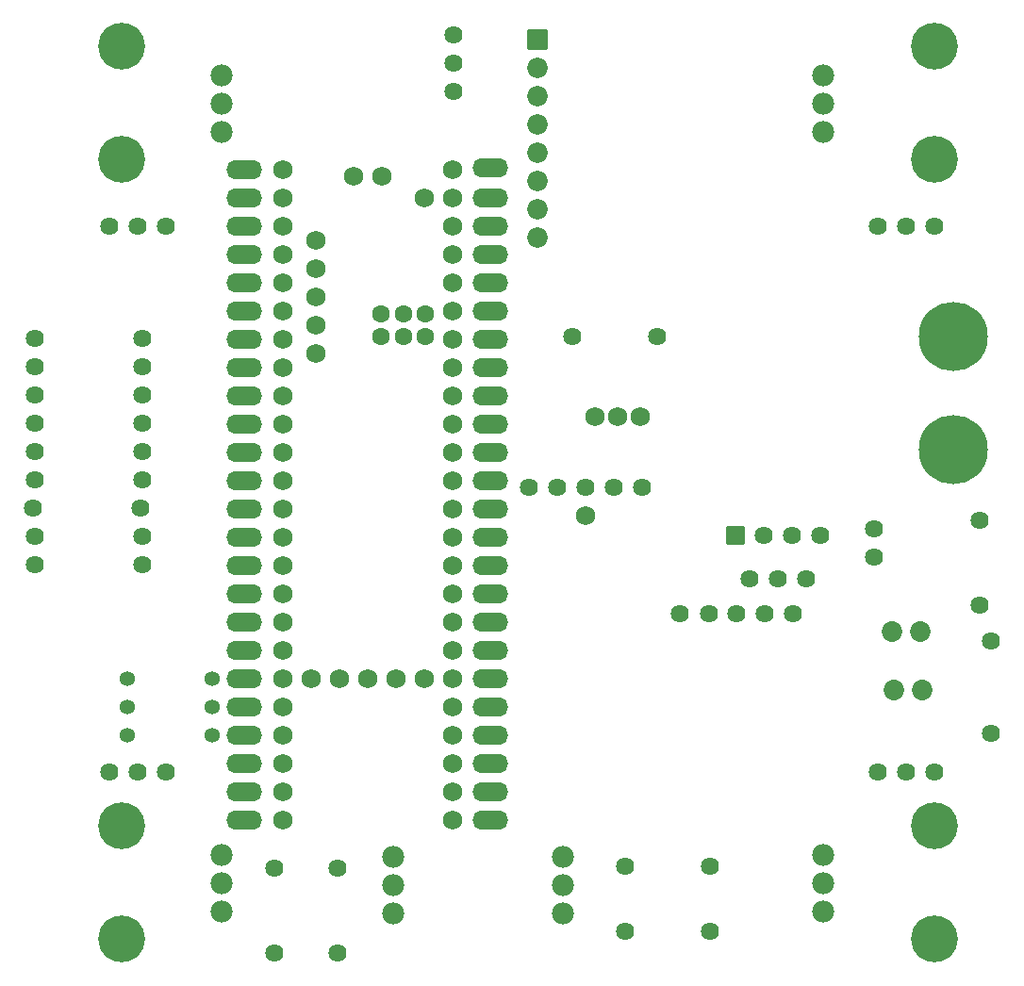
<source format=gbs>
G04 Layer: BottomSolderMaskLayer*
G04 EasyEDA v6.5.47, 2024-09-27 14:37:58*
G04 50ea7e365bea4ea1a0dfe67087e7319b,c4deba93543447318b7234f01b5a2252,10*
G04 Gerber Generator version 0.2*
G04 Scale: 100 percent, Rotated: No, Reflected: No *
G04 Dimensions in millimeters *
G04 leading zeros omitted , absolute positions ,4 integer and 5 decimal *
%FSLAX45Y45*%
%MOMM*%

%AMMACRO1*4,1,8,-0.8587,-0.9182,-0.9182,-0.8587,-0.9182,0.8587,-0.8587,0.9182,0.8587,0.9182,0.9182,0.8587,0.9182,-0.8587,0.8587,-0.9182,-0.8587,-0.9182,0*%
%AMMACRO2*4,1,8,-0.7831,-0.8128,-0.8128,-0.783,-0.8128,0.7831,-0.7831,0.8128,0.783,0.8128,0.8128,0.7831,0.8128,-0.783,0.783,-0.8128,-0.7831,-0.8128,0*%
%ADD10MACRO1*%
%ADD11C,1.8364*%
%ADD12C,1.6256*%
%ADD13C,1.8532*%
%ADD14C,1.9812*%
%ADD15C,4.2032*%
%ADD16C,6.2032*%
%ADD17MACRO2*%
%ADD18C,1.7272*%
%ADD19C,1.6032*%
%ADD20C,1.6260*%
%ADD21C,1.3616*%
%ADD22O,3.2031940000000003X1.703197*%
%ADD23O,0.0138X1.703197*%

%LPD*%
D10*
G01*
X5930900Y5080000D03*
D11*
G01*
X5930900Y4826000D03*
G01*
X5930900Y4572000D03*
G01*
X5930900Y4318000D03*
G01*
X5930900Y4064000D03*
G01*
X5930900Y3810000D03*
G01*
X5930900Y3556000D03*
G01*
X5930900Y3302000D03*
D12*
G01*
X6248400Y2413000D03*
G01*
X7010400Y2413000D03*
D13*
G01*
X9131300Y-762000D03*
G01*
X9385300Y-762000D03*
G01*
X9118600Y-241300D03*
G01*
X9372600Y-241300D03*
D14*
G01*
X3099993Y4245990D03*
G01*
X3099993Y4499990D03*
G01*
X3099993Y4753990D03*
G01*
X8499983Y4245990D03*
G01*
X8499983Y4499990D03*
G01*
X8499983Y4753990D03*
G01*
X8499983Y-2753995D03*
G01*
X8499983Y-2499995D03*
G01*
X8499983Y-2245995D03*
G01*
X3099993Y-2753995D03*
G01*
X3099993Y-2499995D03*
G01*
X3099993Y-2245995D03*
D12*
G01*
X4140200Y-3124200D03*
G01*
X4140200Y-2362200D03*
G01*
X6718300Y-2349500D03*
G01*
X7480300Y-2349500D03*
G01*
X3568700Y-3124200D03*
G01*
X3568700Y-2362200D03*
G01*
X6718300Y-2933700D03*
G01*
X7480300Y-2933700D03*
G01*
X8953500Y431800D03*
G01*
X8953500Y685800D03*
G01*
X2599994Y3399993D03*
G01*
X2345994Y3399993D03*
G01*
X2091994Y3399993D03*
G01*
X5181600Y5118100D03*
G01*
X5181600Y4864100D03*
G01*
X5181600Y4610100D03*
G01*
X9499981Y3399993D03*
G01*
X9245981Y3399993D03*
G01*
X8991981Y3399993D03*
G01*
X9499981Y-1499996D03*
G01*
X9245981Y-1499996D03*
G01*
X8991981Y-1499996D03*
G01*
X2599994Y-1499996D03*
G01*
X2345994Y-1499996D03*
G01*
X2091994Y-1499996D03*
D15*
G01*
X2199995Y3999992D03*
G01*
X2199995Y5015992D03*
G01*
X2199995Y-2999994D03*
G01*
X2199995Y-1983994D03*
G01*
X9499981Y3999992D03*
G01*
X9499981Y5015992D03*
G01*
X9499981Y-2999994D03*
G01*
X9499981Y-1983994D03*
D16*
G01*
X9664700Y1397000D03*
G01*
X9664700Y2413000D03*
D17*
G01*
X7708889Y626811D03*
D12*
G01*
X7835900Y236804D03*
G01*
X7962900Y626821D03*
G01*
X8089900Y236804D03*
G01*
X8216900Y626821D03*
G01*
X8343900Y236804D03*
G01*
X8470900Y626821D03*
G01*
X10007600Y-1149095D03*
G01*
X10007600Y-324104D03*
D18*
G01*
X6454800Y1689100D03*
G01*
X6654800Y1689100D03*
G01*
X6854799Y1689100D03*
D12*
G01*
X9906000Y0D03*
G01*
X9906000Y762000D03*
D18*
G01*
X3644900Y-1930400D03*
G01*
X3644900Y-1422400D03*
G01*
X3644900Y-1168400D03*
G01*
X3644900Y-1676400D03*
G01*
X3644900Y-914400D03*
G01*
X5168900Y-1676400D03*
G01*
X5168900Y-1930400D03*
G01*
X3644900Y-660400D03*
G01*
X3898900Y-660400D03*
G01*
X4152900Y-660400D03*
G01*
X4406900Y-660400D03*
G01*
X4660900Y-660400D03*
G01*
X4914900Y-660400D03*
G01*
X5168900Y-660400D03*
G01*
X5168900Y-914400D03*
G01*
X5168900Y-1168400D03*
G01*
X5168900Y-1422400D03*
G01*
X3644900Y-406400D03*
G01*
X3644900Y101600D03*
G01*
X3644900Y355600D03*
G01*
X3644900Y609600D03*
G01*
X3644900Y863600D03*
G01*
X3644900Y1117600D03*
G01*
X3644900Y1371600D03*
G01*
X3644900Y1625600D03*
G01*
X3644900Y1879600D03*
G01*
X3644900Y2133600D03*
G01*
X3644900Y2387600D03*
G01*
X3644900Y2641600D03*
G01*
X3644900Y2895600D03*
G01*
X3644900Y3149600D03*
G01*
X3644900Y3403600D03*
G01*
X3644900Y3657600D03*
G01*
X3644900Y3911600D03*
G01*
X5168900Y3911600D03*
G01*
X5168900Y3657600D03*
G01*
X5168900Y3403600D03*
G01*
X5168900Y3149600D03*
G01*
X5168900Y2895600D03*
G01*
X5168900Y2641600D03*
G01*
X5168900Y2387600D03*
G01*
X5168900Y2133600D03*
G01*
X5168900Y1879600D03*
G01*
X5168900Y1625600D03*
G01*
X5168900Y1371600D03*
G01*
X5168900Y1117600D03*
G01*
X5168900Y863600D03*
G01*
X5168900Y609600D03*
G01*
X5168900Y355600D03*
G01*
X5168900Y101600D03*
G01*
X5168900Y-406400D03*
G01*
X4914900Y3657600D03*
D19*
G01*
X4728895Y2614599D03*
G01*
X4928895Y2414600D03*
G01*
X4928895Y2614599D03*
D18*
G01*
X5168900Y-152400D03*
G01*
X3644900Y-152400D03*
G01*
X4279900Y3850589D03*
G01*
X4533900Y3850589D03*
G01*
X3944899Y3276600D03*
G01*
X3944899Y3022600D03*
G01*
X3944899Y2768600D03*
G01*
X3944899Y2514600D03*
G01*
X3944899Y2260600D03*
D19*
G01*
X4528896Y2614599D03*
G01*
X4728895Y2414600D03*
G01*
X4528896Y2414600D03*
D12*
G01*
X5854700Y1054100D03*
G01*
X6108700Y1054100D03*
G01*
X6362700Y1054100D03*
G01*
X6616700Y1054100D03*
G01*
X6870700Y1054100D03*
D18*
G01*
X6362700Y800100D03*
D20*
G01*
X7974101Y-76200D03*
G01*
X8228101Y-76200D03*
G01*
X7476109Y-76200D03*
G01*
X7720101Y-76200D03*
G01*
X7212101Y-76200D03*
D21*
G01*
X2247900Y-660400D03*
G01*
X3009900Y-660400D03*
G01*
X2247900Y-914400D03*
G01*
X3009900Y-914400D03*
G01*
X2247900Y-1168400D03*
G01*
X3009900Y-1168400D03*
D12*
G01*
X2386406Y359994D03*
G01*
X2386406Y613994D03*
G01*
X2373706Y867994D03*
G01*
X2386406Y1121994D03*
G01*
X2386406Y1375994D03*
G01*
X2386406Y1629994D03*
G01*
X2386406Y1883994D03*
G01*
X2386406Y2137994D03*
G01*
X2386406Y2391994D03*
G01*
X1421206Y359994D03*
G01*
X1421206Y613994D03*
G01*
X1408506Y867994D03*
G01*
X1421206Y1121994D03*
G01*
X1421206Y1375994D03*
G01*
X1421206Y1629994D03*
G01*
X1421206Y1883994D03*
G01*
X1421206Y2137994D03*
G01*
X1421206Y2391994D03*
D14*
G01*
X4635500Y-2260600D03*
G01*
X4635500Y-2514600D03*
G01*
X4635500Y-2768600D03*
G01*
X6159500Y-2260600D03*
G01*
X6159500Y-2514600D03*
G01*
X6159500Y-2768600D03*
D22*
G01*
X3302000Y863600D03*
G01*
X3302000Y1117600D03*
G01*
X3302000Y1371600D03*
G01*
X3302000Y1625600D03*
G01*
X3302000Y1879600D03*
G01*
X3302000Y2133600D03*
G01*
X3302000Y2387600D03*
G01*
X3302000Y2641600D03*
G01*
X3302000Y2895600D03*
G01*
X3302000Y3149600D03*
G01*
X3302000Y3403600D03*
G01*
X3302000Y3657600D03*
G01*
X3302000Y3911600D03*
G01*
X3302000Y609600D03*
G01*
X3302000Y355600D03*
G01*
X3302000Y101600D03*
G01*
X3302000Y-152400D03*
G01*
X3302000Y-406400D03*
G01*
X3302000Y-660400D03*
G01*
X3302000Y-914400D03*
G01*
X3302000Y-1168400D03*
G01*
X3302000Y-1422400D03*
G01*
X3302000Y-1676400D03*
G01*
X3302000Y-1930400D03*
G01*
X5511800Y3657600D03*
G01*
X5511800Y3403600D03*
G01*
X5511800Y3149600D03*
G01*
X5511800Y2895600D03*
G01*
X5511800Y2641600D03*
G01*
X5511800Y2387600D03*
G01*
X5511800Y2133600D03*
G01*
X5511800Y1879600D03*
G01*
X5511800Y1625600D03*
G01*
X5511800Y1371600D03*
G01*
X5511800Y1117600D03*
G01*
X5511800Y863600D03*
G01*
X5511800Y609600D03*
G01*
X5511800Y355600D03*
G01*
X5511800Y101600D03*
G01*
X5511800Y-152400D03*
G01*
X5511800Y-406400D03*
G01*
X5511800Y-660400D03*
G01*
X5511800Y-914400D03*
G01*
X5511800Y-1168400D03*
G01*
X5511800Y-1422400D03*
G01*
X5511800Y-1676400D03*
G01*
X5511800Y-1930400D03*
G01*
X5511800Y3924300D03*
M02*

</source>
